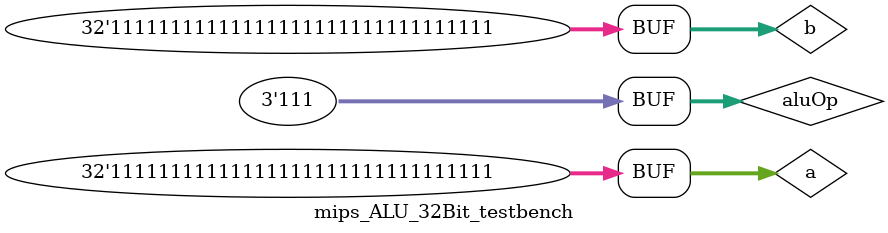
<source format=v>
module mips_ALU_32Bit_testbench();


  reg [31:0]a, b;
  reg [2:0] aluOp;
  
  wire cout;
  wire [31:0] r;
  wire Z, V;
  
  mips_ALU_32Bit test(aluOp, b, a, r, Z, V,cout);

  initial begin
  //and

  a =32'b00000000000000000000000000000000; 
  b =32'b00000000000000000000000000000000;
  aluOp = 3'b000;
  
  #10;
  a =32'b00000000000000000000000000000000; 
  b =32'b11111111111111111111111111111111;
  aluOp = 3'b000;
  
  #10;
  a =32'b11111111111111111111111111111111;
  b =32'b11111111111111111111111111111111;
  aluOp = 3'b000;
  
  //or
  #10;
  a =32'b00000000000000000000000000000000; 
  b =32'b00000000000000000000000000000000;
  aluOp = 3'b001;
  
  #10;
  a =32'b00000000000000000000000000000000; 
  b =32'b11111111111111111111111111111111;
  aluOp = 3'b001;
  
  #10;
  a =32'b11111111111111111111111111111111;
  b =32'b11111111111111111111111111111111;
  aluOp = 3'b001;
  
  
  // add
  
  #10;
  a =32'b00000000000000000000000000000000; 
  b =32'b00000000000000000000000000000000;
  aluOp = 3'b010;
  
  #10;
  a =32'b00000000000000000000000000000000; 
  b =32'b11111111111111111111111111111111;
  aluOp = 3'b010;
  
  #10;
  a =32'b11111111111111111111111111111111;
  b =32'b11111111111111111111111111111111;
  aluOp = 3'b010;
  

  //substract
  #10;
  a =32'b00000000000000000000000000000000; 
  b =32'b00000000000000000000000000000000;
  aluOp = 3'b110;
  
  #10;
  a =32'b00000000000000000000000000000000; 
  b =32'b01111111111111111111111111111111;
  aluOp = 3'b110;
  
  #10;
  a =32'b10000000000000000000000000000000; 
  b =32'b01111111111111111111111111111111;
  aluOp = 3'b110;
  
  #10;
  a =32'b11111111111111111111111111111111;
  b =32'b11111111111111111111111111111111;
  aluOp = 3'b110;
  
  #10;
  a =32'b00000000000000000000000000000100; 
  b =32'b00000000000000000000000000001010;
  aluOp = 3'b110;
  
  
  //set less than
  #10;
  a =32'b00000000000000000000000000000000; 
  b =32'b00000000000000000000000000000000;
  aluOp = 3'b111;
  
  #10;
  a =32'b00000000000000000000000000011000; 
  b =32'b00000000000000000000000000001111;
  aluOp = 3'b111;
  
  #10;
  a =32'b00000000000000000000000000000011; 
  b =32'b00000000000000000000000000001000;
  aluOp = 3'b111;
  
  #10;
  a =32'b00000000000000000000000000000000; 
  b =32'b11111111111111111111111111111111;
  aluOp = 3'b111;
  
  #10;
  a =32'b11111111111111111111111111111111;
  b =32'b11111111111111111111111111111111;
  aluOp = 3'b111;
  
  end
  
  initial begin
  $monitor("aluOp =>%3b a=%32b, b=%32b, result=%32b, cout=%1b, V=%1b, Z=%1b" , aluOp, a, b, r, cout, V, Z);
  end
  
  
endmodule
</source>
